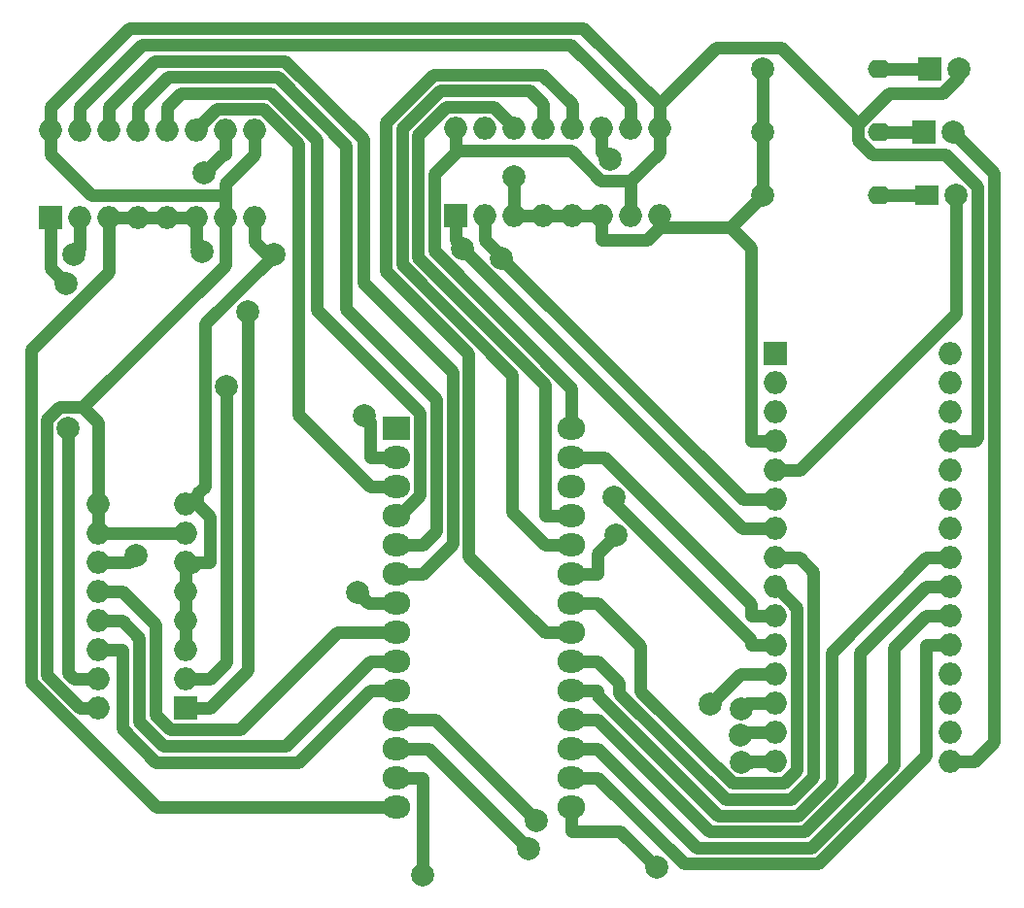
<source format=gbr>
%TF.GenerationSoftware,KiCad,Pcbnew,8.0.3*%
%TF.CreationDate,2024-09-08T09:23:32+02:00*%
%TF.ProjectId,AT28C64B-circuit-third-sol,41543238-4336-4344-922d-636972637569,rev?*%
%TF.SameCoordinates,Original*%
%TF.FileFunction,Copper,L2,Bot*%
%TF.FilePolarity,Positive*%
%FSLAX46Y46*%
G04 Gerber Fmt 4.6, Leading zero omitted, Abs format (unit mm)*
G04 Created by KiCad (PCBNEW 8.0.3) date 2024-09-08 09:23:32*
%MOMM*%
%LPD*%
G01*
G04 APERTURE LIST*
%TA.AperFunction,ComponentPad*%
%ADD10C,2.000000*%
%TD*%
%TA.AperFunction,ComponentPad*%
%ADD11O,2.000000X1.600000*%
%TD*%
%TA.AperFunction,ComponentPad*%
%ADD12R,2.000000X2.000000*%
%TD*%
%TA.AperFunction,ComponentPad*%
%ADD13O,2.000000X2.000000*%
%TD*%
%TA.AperFunction,ComponentPad*%
%ADD14R,2.400000X2.000000*%
%TD*%
%TA.AperFunction,ComponentPad*%
%ADD15O,2.400000X2.000000*%
%TD*%
%TA.AperFunction,ComponentPad*%
%ADD16R,2.000000X1.800000*%
%TD*%
%TA.AperFunction,ViaPad*%
%ADD17C,2.000000*%
%TD*%
%TA.AperFunction,Conductor*%
%ADD18C,1.100000*%
%TD*%
G04 APERTURE END LIST*
D10*
%TO.P,R3,1*%
%TO.N,GND*%
X175420000Y-53050000D03*
D11*
%TO.P,R3,2*%
%TO.N,Net-(D3-K)*%
X185580000Y-53050000D03*
%TD*%
D10*
%TO.P,R1,1*%
%TO.N,GND*%
X175420000Y-42000000D03*
D11*
%TO.P,R1,2*%
%TO.N,Net-(D1-K)*%
X185580000Y-42000000D03*
%TD*%
D12*
%TO.P,LS161_2,1,~{MR}*%
%TO.N,Net-(LS161_1-~{MR})*%
X113380000Y-55000000D03*
D13*
%TO.P,LS161_2,2,CP*%
%TO.N,Net-(LS161_1-CP)*%
X115920000Y-55000000D03*
%TO.P,LS161_2,3,D0*%
%TO.N,GND*%
X118460000Y-55000000D03*
%TO.P,LS161_2,4,D1*%
X121000000Y-55000000D03*
%TO.P,LS161_2,5,D2*%
X123540000Y-55000000D03*
%TO.P,LS161_2,6,D3*%
X126080000Y-55000000D03*
%TO.P,LS161_2,7,CEP*%
%TO.N,VCC*%
X128620000Y-55000000D03*
%TO.P,LS161_2,8,GND*%
%TO.N,GND*%
X131160000Y-55000000D03*
%TO.P,LS161_2,9,~{PE}*%
%TO.N,VCC*%
X131160000Y-47380000D03*
%TO.P,LS161_2,10,CET*%
%TO.N,Net-(LS161_1-TC)*%
X128620000Y-47380000D03*
%TO.P,LS161_2,11,Q3*%
%TO.N,Net-(EEPROM1-A7)*%
X126080000Y-47380000D03*
%TO.P,LS161_2,12,Q2*%
%TO.N,Net-(EEPROM1-A6)*%
X123540000Y-47380000D03*
%TO.P,LS161_2,13,Q1*%
%TO.N,Net-(EEPROM1-A5)*%
X121000000Y-47380000D03*
%TO.P,LS161_2,14,Q0*%
%TO.N,Net-(EEPROM1-A4)*%
X118460000Y-47380000D03*
%TO.P,LS161_2,15,TC*%
%TO.N,Net-(LS161_2-TC)*%
X115920000Y-47380000D03*
%TO.P,LS161_2,16,VCC*%
%TO.N,VCC*%
X113380000Y-47380000D03*
%TD*%
D12*
%TO.P,D1,1,K*%
%TO.N,Net-(D1-K)*%
X189960000Y-42000000D03*
D10*
%TO.P,D1,2,A*%
%TO.N,VCC*%
X192500000Y-42000000D03*
%TD*%
D14*
%TO.P,EEPROM1,1*%
%TO.N,N/C*%
X143500000Y-73340000D03*
D15*
%TO.P,EEPROM1,2,A12*%
%TO.N,Net-(EEPROM1-A12)*%
X143500000Y-75880000D03*
%TO.P,EEPROM1,3,A7*%
%TO.N,Net-(EEPROM1-A7)*%
X143500000Y-78420000D03*
%TO.P,EEPROM1,4,A6*%
%TO.N,Net-(EEPROM1-A6)*%
X143500000Y-80960000D03*
%TO.P,EEPROM1,5,A5*%
%TO.N,Net-(EEPROM1-A5)*%
X143500000Y-83500000D03*
%TO.P,EEPROM1,6,A4*%
%TO.N,Net-(EEPROM1-A4)*%
X143500000Y-86040000D03*
%TO.P,EEPROM1,7,A3*%
%TO.N,Net-(EEPROM1-A3)*%
X143500000Y-88580000D03*
%TO.P,EEPROM1,8,A2*%
%TO.N,Net-(EEPROM1-A2)*%
X143500000Y-91120000D03*
%TO.P,EEPROM1,9,A1*%
%TO.N,Net-(EEPROM1-A1)*%
X143500000Y-93660000D03*
%TO.P,EEPROM1,10,A0*%
%TO.N,Net-(EEPROM1-A0)*%
X143500000Y-96200000D03*
%TO.P,EEPROM1,11,D0*%
%TO.N,/D0*%
X143500000Y-98740000D03*
%TO.P,EEPROM1,12,D1*%
%TO.N,/D1*%
X143500000Y-101280000D03*
%TO.P,EEPROM1,13,D2*%
%TO.N,/D2*%
X143500000Y-103820000D03*
%TO.P,EEPROM1,14,GND*%
%TO.N,GND*%
X143500000Y-106360000D03*
%TO.P,EEPROM1,15,D3*%
%TO.N,/D3*%
X158740000Y-106360000D03*
%TO.P,EEPROM1,16,D4*%
%TO.N,/D4*%
X158740000Y-103820000D03*
%TO.P,EEPROM1,17,D5*%
%TO.N,/D5*%
X158740000Y-101280000D03*
%TO.P,EEPROM1,18,D6*%
%TO.N,/D6*%
X158740000Y-98740000D03*
%TO.P,EEPROM1,19,D7*%
%TO.N,/D7*%
X158740000Y-96200000D03*
%TO.P,EEPROM1,20,~{CS}*%
%TO.N,Net-(EEPROM1-~{CS})*%
X158740000Y-93660000D03*
%TO.P,EEPROM1,21,A10*%
%TO.N,Net-(EEPROM1-A10)*%
X158740000Y-91120000D03*
%TO.P,EEPROM1,22,~{OE}*%
%TO.N,Net-(EEPROM1-~{OE})*%
X158740000Y-88580000D03*
%TO.P,EEPROM1,23,A11*%
%TO.N,Net-(EEPROM1-A11)*%
X158740000Y-86040000D03*
%TO.P,EEPROM1,24,A9*%
%TO.N,Net-(EEPROM1-A9)*%
X158740000Y-83500000D03*
%TO.P,EEPROM1,25,A8*%
%TO.N,Net-(EEPROM1-A8)*%
X158740000Y-80960000D03*
%TO.P,EEPROM1,26*%
%TO.N,N/C*%
X158740000Y-78420000D03*
%TO.P,EEPROM1,27,~{WE}*%
%TO.N,Net-(EEPROM1-~{WE})*%
X158740000Y-75880000D03*
%TO.P,EEPROM1,28,VCC*%
%TO.N,VCC*%
X158740000Y-73340000D03*
%TD*%
D12*
%TO.P,LS161_3,1,~{MR}*%
%TO.N,Net-(LS161_1-~{MR})*%
X148625000Y-54800000D03*
D13*
%TO.P,LS161_3,2,CP*%
%TO.N,Net-(LS161_1-CP)*%
X151165000Y-54800000D03*
%TO.P,LS161_3,3,D0*%
%TO.N,GND*%
X153705000Y-54800000D03*
%TO.P,LS161_3,4,D1*%
X156245000Y-54800000D03*
%TO.P,LS161_3,5,D2*%
X158785000Y-54800000D03*
%TO.P,LS161_3,6,D3*%
X161325000Y-54800000D03*
%TO.P,LS161_3,7,CEP*%
%TO.N,VCC*%
X163865000Y-54800000D03*
%TO.P,LS161_3,8,GND*%
%TO.N,GND*%
X166405000Y-54800000D03*
%TO.P,LS161_3,9,~{PE}*%
%TO.N,VCC*%
X166405000Y-47180000D03*
%TO.P,LS161_3,10,CET*%
%TO.N,Net-(LS161_2-TC)*%
X163865000Y-47180000D03*
%TO.P,LS161_3,11,Q3*%
%TO.N,Net-(EEPROM1-A11)*%
X161325000Y-47180000D03*
%TO.P,LS161_3,12,Q2*%
%TO.N,Net-(EEPROM1-A10)*%
X158785000Y-47180000D03*
%TO.P,LS161_3,13,Q1*%
%TO.N,Net-(EEPROM1-A9)*%
X156245000Y-47180000D03*
%TO.P,LS161_3,14,Q0*%
%TO.N,Net-(EEPROM1-A8)*%
X153705000Y-47180000D03*
%TO.P,LS161_3,15,TC*%
%TO.N,unconnected-(LS161_3-TC-Pad15)*%
X151165000Y-47180000D03*
%TO.P,LS161_3,16,VCC*%
%TO.N,VCC*%
X148625000Y-47180000D03*
%TD*%
D10*
%TO.P,R2,1*%
%TO.N,GND*%
X175420000Y-47500000D03*
D11*
%TO.P,R2,2*%
%TO.N,Net-(D2-K)*%
X185580000Y-47500000D03*
%TD*%
D12*
%TO.P,NANO1,1,D1/TX*%
%TO.N,unconnected-(NANO1-D1{slash}TX-Pad1)*%
X176500000Y-66840000D03*
D13*
%TO.P,NANO1,2,D0/RX*%
%TO.N,unconnected-(NANO1-D0{slash}RX-Pad2)*%
X176500000Y-69380000D03*
%TO.P,NANO1,3,~{RESET}*%
%TO.N,unconnected-(NANO1-~{RESET}-Pad3)*%
X176500000Y-71920000D03*
%TO.P,NANO1,4,GND*%
%TO.N,GND*%
X176500000Y-74460000D03*
%TO.P,NANO1,5,D2*%
%TO.N,Net-(D3-A)*%
X176500000Y-77000000D03*
%TO.P,NANO1,6,D3*%
%TO.N,Net-(LS161_1-CP)*%
X176500000Y-79540000D03*
%TO.P,NANO1,7,D4*%
%TO.N,Net-(LS161_1-~{MR})*%
X176500000Y-82080000D03*
%TO.P,NANO1,8,D5*%
%TO.N,Net-(EEPROM1-~{CS})*%
X176500000Y-84620000D03*
%TO.P,NANO1,9,D6*%
%TO.N,Net-(EEPROM1-~{OE})*%
X176500000Y-87160000D03*
%TO.P,NANO1,10,D7*%
%TO.N,Net-(EEPROM1-~{WE})*%
X176500000Y-89700000D03*
%TO.P,NANO1,11,D8*%
%TO.N,Net-(EEPROM1-A12)*%
X176500000Y-92240000D03*
%TO.P,NANO1,12,D9*%
%TO.N,/D0*%
X176500000Y-94780000D03*
%TO.P,NANO1,13,D10*%
%TO.N,/D1*%
X176500000Y-97320000D03*
%TO.P,NANO1,14,D11*%
%TO.N,/D2*%
X176500000Y-99860000D03*
%TO.P,NANO1,15,D12*%
%TO.N,/D3*%
X176500000Y-102400000D03*
%TO.P,NANO1,16,D13*%
%TO.N,Net-(D2-A)*%
X191740000Y-102400000D03*
%TO.P,NANO1,17,3V3*%
%TO.N,unconnected-(NANO1-3V3-Pad17)*%
X191740000Y-99860000D03*
%TO.P,NANO1,18,AREF*%
%TO.N,unconnected-(NANO1-AREF-Pad18)*%
X191740000Y-97320000D03*
%TO.P,NANO1,19,A0*%
%TO.N,unconnected-(NANO1-A0-Pad19)*%
X191740000Y-94780000D03*
%TO.P,NANO1,20,A1*%
%TO.N,/D4*%
X191740000Y-92240000D03*
%TO.P,NANO1,21,A2*%
%TO.N,/D5*%
X191740000Y-89700000D03*
%TO.P,NANO1,22,A3*%
%TO.N,/D6*%
X191740000Y-87160000D03*
%TO.P,NANO1,23,A4*%
%TO.N,/D7*%
X191740000Y-84620000D03*
%TO.P,NANO1,24,A5*%
%TO.N,unconnected-(NANO1-A5-Pad24)*%
X191740000Y-82080000D03*
%TO.P,NANO1,25,A6*%
%TO.N,unconnected-(NANO1-A6-Pad25)*%
X191740000Y-79540000D03*
%TO.P,NANO1,26,A7*%
%TO.N,unconnected-(NANO1-A7-Pad26)*%
X191740000Y-77000000D03*
%TO.P,NANO1,27,+5V*%
%TO.N,VCC*%
X191740000Y-74460000D03*
%TO.P,NANO1,28,~{RESET}*%
%TO.N,unconnected-(NANO1-~{RESET}-Pad28)*%
X191740000Y-71920000D03*
%TO.P,NANO1,29,GND*%
%TO.N,unconnected-(NANO1-GND-Pad29)*%
X191740000Y-69380000D03*
%TO.P,NANO1,30,VIN*%
%TO.N,unconnected-(NANO1-VIN-Pad30)*%
X191740000Y-66840000D03*
%TD*%
D12*
%TO.P,LS161_1,1,~{MR}*%
%TO.N,Net-(LS161_1-~{MR})*%
X125120000Y-97740000D03*
D13*
%TO.P,LS161_1,2,CP*%
%TO.N,Net-(LS161_1-CP)*%
X125120000Y-95200000D03*
%TO.P,LS161_1,3,D0*%
%TO.N,GND*%
X125120000Y-92660000D03*
%TO.P,LS161_1,4,D1*%
X125120000Y-90120000D03*
%TO.P,LS161_1,5,D2*%
X125120000Y-87580000D03*
%TO.P,LS161_1,6,D3*%
X125120000Y-85040000D03*
%TO.P,LS161_1,7,CEP*%
%TO.N,VCC*%
X125120000Y-82500000D03*
%TO.P,LS161_1,8,GND*%
%TO.N,GND*%
X125120000Y-79960000D03*
%TO.P,LS161_1,9,~{PE}*%
%TO.N,VCC*%
X117500000Y-79960000D03*
%TO.P,LS161_1,10,CET*%
X117500000Y-82500000D03*
%TO.P,LS161_1,11,Q3*%
%TO.N,Net-(EEPROM1-A3)*%
X117500000Y-85040000D03*
%TO.P,LS161_1,12,Q2*%
%TO.N,Net-(EEPROM1-A2)*%
X117500000Y-87580000D03*
%TO.P,LS161_1,13,Q1*%
%TO.N,Net-(EEPROM1-A1)*%
X117500000Y-90120000D03*
%TO.P,LS161_1,14,Q0*%
%TO.N,Net-(EEPROM1-A0)*%
X117500000Y-92660000D03*
%TO.P,LS161_1,15,TC*%
%TO.N,Net-(LS161_1-TC)*%
X117500000Y-95200000D03*
%TO.P,LS161_1,16,VCC*%
%TO.N,VCC*%
X117500000Y-97740000D03*
%TD*%
D12*
%TO.P,D2,1,K*%
%TO.N,Net-(D2-K)*%
X189460000Y-47500000D03*
D10*
%TO.P,D2,2,A*%
%TO.N,Net-(D2-A)*%
X192000000Y-47500000D03*
%TD*%
D16*
%TO.P,D3,1,K*%
%TO.N,Net-(D3-K)*%
X189725000Y-53000000D03*
D10*
%TO.P,D3,2,A*%
%TO.N,Net-(D3-A)*%
X192265000Y-53000000D03*
%TD*%
D17*
%TO.N,Net-(LS161_1-CP)*%
X128670300Y-69685400D03*
X152642000Y-58481600D03*
X115420600Y-58143900D03*
%TO.N,Net-(LS161_1-TC)*%
X126753900Y-51081500D03*
X114887700Y-73361000D03*
%TO.N,Net-(LS161_1-~{MR})*%
X149240800Y-57711100D03*
X114698800Y-60725800D03*
X130528400Y-63159000D03*
%TO.N,Net-(EEPROM1-A3)*%
X120779800Y-84449800D03*
X140107500Y-87672500D03*
%TO.N,GND*%
X132819900Y-58214200D03*
X153705000Y-51369000D03*
X126560600Y-57970400D03*
%TO.N,/D2*%
X173457900Y-100113300D03*
X145800000Y-112278900D03*
%TO.N,/D3*%
X173535500Y-102429300D03*
X166157900Y-111609800D03*
%TO.N,/D0*%
X170828800Y-97413000D03*
X155702100Y-107554400D03*
%TO.N,Net-(EEPROM1-A11)*%
X162654600Y-82661700D03*
X162118900Y-49891400D03*
%TO.N,/D1*%
X173595600Y-97801900D03*
X154975700Y-110003500D03*
%TO.N,Net-(EEPROM1-A12)*%
X162465600Y-79363200D03*
X140687800Y-72214700D03*
%TD*%
D18*
%TO.N,Net-(LS161_2-TC)*%
X121327200Y-39872800D02*
X115920000Y-45280000D01*
X158657800Y-39872800D02*
X121327200Y-39872800D01*
X163865000Y-45080000D02*
X158657800Y-39872800D01*
X163865000Y-47180000D02*
X163865000Y-45080000D01*
X115920000Y-47380000D02*
X115920000Y-45280000D01*
%TO.N,Net-(LS161_1-CP)*%
X151165000Y-54800000D02*
X151165000Y-56900000D01*
X176500000Y-79540000D02*
X174400000Y-79540000D01*
X125120000Y-95200000D02*
X127220000Y-95200000D01*
X152642000Y-58377000D02*
X152642000Y-58481600D01*
X151165000Y-56900000D02*
X152642000Y-58377000D01*
X173700400Y-79540000D02*
X174400000Y-79540000D01*
X152642000Y-58481600D02*
X173700400Y-79540000D01*
X115920000Y-57644500D02*
X115920000Y-55000000D01*
X115420600Y-58143900D02*
X115920000Y-57644500D01*
X128670300Y-93749700D02*
X128670300Y-69685400D01*
X127220000Y-95200000D02*
X128670300Y-93749700D01*
%TO.N,Net-(LS161_1-TC)*%
X117500000Y-95200000D02*
X115400000Y-95200000D01*
X128620000Y-47380000D02*
X128620000Y-49480000D01*
X128355400Y-49480000D02*
X126753900Y-51081500D01*
X128620000Y-49480000D02*
X128355400Y-49480000D01*
X114887700Y-94687700D02*
X114887700Y-73361000D01*
X115400000Y-95200000D02*
X114887700Y-94687700D01*
%TO.N,Net-(LS161_1-~{MR})*%
X148625000Y-54800000D02*
X148625000Y-56900000D01*
X176043200Y-82080000D02*
X174400000Y-82080000D01*
X176043200Y-82080000D02*
X176500000Y-82080000D01*
X173609700Y-82080000D02*
X149240800Y-57711100D01*
X174400000Y-82080000D02*
X173609700Y-82080000D01*
X149240800Y-57515800D02*
X148625000Y-56900000D01*
X149240800Y-57711100D02*
X149240800Y-57515800D01*
X113380000Y-59407000D02*
X114698800Y-60725800D01*
X113380000Y-55000000D02*
X113380000Y-59407000D01*
X125120000Y-97740000D02*
X127220000Y-97740000D01*
X130528400Y-94431600D02*
X130528400Y-63159000D01*
X127220000Y-97740000D02*
X130528400Y-94431600D01*
%TO.N,Net-(EEPROM1-A7)*%
X143500000Y-78420000D02*
X141200000Y-78420000D01*
X134906900Y-72126900D02*
X141200000Y-78420000D01*
X134906900Y-48491700D02*
X134906900Y-72126900D01*
X131933900Y-45518700D02*
X134906900Y-48491700D01*
X127860200Y-45518700D02*
X131933900Y-45518700D01*
X126080000Y-47298900D02*
X127860200Y-45518700D01*
X126080000Y-47380000D02*
X126080000Y-47298900D01*
%TO.N,Net-(EEPROM1-~{OE})*%
X158740000Y-88580000D02*
X161040000Y-88580000D01*
X164765100Y-92305100D02*
X161040000Y-88580000D01*
X164765100Y-96277700D02*
X164765100Y-92305100D01*
X172769300Y-104281900D02*
X164765100Y-96277700D01*
X177264300Y-104281900D02*
X172769300Y-104281900D01*
X178388300Y-103157900D02*
X177264300Y-104281900D01*
X178388300Y-88961700D02*
X178388300Y-103157900D01*
X176586600Y-87160000D02*
X178388300Y-88961700D01*
X176500000Y-87160000D02*
X176586600Y-87160000D01*
%TO.N,Net-(EEPROM1-A5)*%
X143500000Y-83500000D02*
X145800000Y-83500000D01*
X121000000Y-47380000D02*
X121000000Y-45280000D01*
X146995500Y-82304500D02*
X145800000Y-83500000D01*
X146995500Y-70841200D02*
X146995500Y-82304500D01*
X139111900Y-62957600D02*
X146995500Y-70841200D01*
X139111900Y-48690100D02*
X139111900Y-62957600D01*
X133134000Y-42712200D02*
X139111900Y-48690100D01*
X123567800Y-42712200D02*
X133134000Y-42712200D01*
X121000000Y-45280000D02*
X123567800Y-42712200D01*
%TO.N,/D7*%
X191740000Y-84620000D02*
X189640000Y-84620000D01*
X158740000Y-96200000D02*
X161040000Y-96200000D01*
X161040000Y-96584100D02*
X161040000Y-96200000D01*
X171549800Y-107093900D02*
X161040000Y-96584100D01*
X178457800Y-107093900D02*
X171549800Y-107093900D01*
X181403500Y-104148200D02*
X178457800Y-107093900D01*
X181403500Y-92856500D02*
X181403500Y-104148200D01*
X189640000Y-84620000D02*
X181403500Y-92856500D01*
%TO.N,Net-(EEPROM1-A10)*%
X158740000Y-91120000D02*
X156440000Y-91120000D01*
X158785000Y-47180000D02*
X158785000Y-45080000D01*
X156198000Y-42493000D02*
X158785000Y-45080000D01*
X146706300Y-42493000D02*
X156198000Y-42493000D01*
X142567000Y-46632300D02*
X146706300Y-42493000D01*
X142567000Y-59604500D02*
X142567000Y-46632300D01*
X149804900Y-66842400D02*
X142567000Y-59604500D01*
X149804900Y-84484900D02*
X149804900Y-66842400D01*
X156440000Y-91120000D02*
X149804900Y-84484900D01*
%TO.N,Net-(EEPROM1-A0)*%
X117500000Y-92660000D02*
X119600000Y-92660000D01*
X134964900Y-102435100D02*
X141200000Y-96200000D01*
X122514000Y-102435100D02*
X134964900Y-102435100D01*
X119600000Y-99521100D02*
X122514000Y-102435100D01*
X119600000Y-92660000D02*
X119600000Y-99521100D01*
X143500000Y-96200000D02*
X141200000Y-96200000D01*
%TO.N,Net-(EEPROM1-A4)*%
X118460000Y-47380000D02*
X118460000Y-45280000D01*
X143500000Y-86040000D02*
X145800000Y-86040000D01*
X148400200Y-83439800D02*
X145800000Y-86040000D01*
X148400200Y-68442000D02*
X148400200Y-83439800D01*
X140593900Y-60635700D02*
X148400200Y-68442000D01*
X140593900Y-48119200D02*
X140593900Y-60635700D01*
X133785200Y-41310500D02*
X140593900Y-48119200D01*
X122429500Y-41310500D02*
X133785200Y-41310500D01*
X118460000Y-45280000D02*
X122429500Y-41310500D01*
%TO.N,Net-(EEPROM1-A3)*%
X141015000Y-88580000D02*
X140107500Y-87672500D01*
X143500000Y-88580000D02*
X141015000Y-88580000D01*
X120189600Y-85040000D02*
X120779800Y-84449800D01*
X117500000Y-85040000D02*
X120189600Y-85040000D01*
%TO.N,Net-(EEPROM1-~{CS})*%
X162902600Y-95522600D02*
X161040000Y-93660000D01*
X162902600Y-96430900D02*
X162902600Y-95522600D01*
X172160300Y-105688600D02*
X162902600Y-96430900D01*
X177861500Y-105688600D02*
X172160300Y-105688600D01*
X179812800Y-103737300D02*
X177861500Y-105688600D01*
X179812800Y-85832800D02*
X179812800Y-103737300D01*
X178600000Y-84620000D02*
X179812800Y-85832800D01*
X176500000Y-84620000D02*
X178600000Y-84620000D01*
X158740000Y-93660000D02*
X161040000Y-93660000D01*
%TO.N,Net-(EEPROM1-A2)*%
X122476900Y-90456900D02*
X119600000Y-87580000D01*
X122476900Y-98301400D02*
X122476900Y-90456900D01*
X123767200Y-99591700D02*
X122476900Y-98301400D01*
X129838600Y-99591700D02*
X123767200Y-99591700D01*
X138310300Y-91120000D02*
X129838600Y-99591700D01*
X143500000Y-91120000D02*
X138310300Y-91120000D01*
X117500000Y-87580000D02*
X119600000Y-87580000D01*
%TO.N,Net-(EEPROM1-A9)*%
X158740000Y-83500000D02*
X156440000Y-83500000D01*
X156245000Y-47180000D02*
X156245000Y-45080000D01*
X155067700Y-43902700D02*
X156245000Y-45080000D01*
X147281500Y-43902700D02*
X155067700Y-43902700D01*
X143968700Y-47215500D02*
X147281500Y-43902700D01*
X143968700Y-59023900D02*
X143968700Y-47215500D01*
X153598300Y-68653500D02*
X143968700Y-59023900D01*
X153598300Y-80658300D02*
X153598300Y-68653500D01*
X156440000Y-83500000D02*
X153598300Y-80658300D01*
%TO.N,GND*%
X175420000Y-42000000D02*
X175420000Y-47500000D01*
X166405000Y-54800000D02*
X166405000Y-55850000D01*
X174400000Y-57630000D02*
X172620000Y-55850000D01*
X174400000Y-74460000D02*
X174400000Y-57630000D01*
X166405000Y-55850000D02*
X172620000Y-55850000D01*
X176500000Y-74460000D02*
X174400000Y-74460000D01*
X123540000Y-55000000D02*
X121000000Y-55000000D01*
X156245000Y-54800000D02*
X154145000Y-54800000D01*
X165355000Y-56900000D02*
X166405000Y-55850000D01*
X161325000Y-56900000D02*
X165355000Y-56900000D01*
X161325000Y-54800000D02*
X161325000Y-56900000D01*
X125120000Y-87580000D02*
X125120000Y-90120000D01*
X125120000Y-90120000D02*
X125120000Y-92660000D01*
X121000000Y-55000000D02*
X118460000Y-55000000D01*
X172620000Y-55850000D02*
X175420000Y-53050000D01*
X175420000Y-53050000D02*
X175420000Y-47500000D01*
X123540000Y-55000000D02*
X125640000Y-55000000D01*
X153705000Y-54800000D02*
X154145000Y-54800000D01*
X153705000Y-54800000D02*
X153705000Y-52700000D01*
X125120000Y-79960000D02*
X126170000Y-79960000D01*
X118460000Y-59677600D02*
X118460000Y-55000000D01*
X111631900Y-66505700D02*
X118460000Y-59677600D01*
X111631900Y-95421900D02*
X111631900Y-66505700D01*
X122570000Y-106360000D02*
X111631900Y-95421900D01*
X143500000Y-106360000D02*
X122570000Y-106360000D01*
X153705000Y-52700000D02*
X153705000Y-51369000D01*
X132547100Y-58487000D02*
X132819900Y-58214200D01*
X131160000Y-57100000D02*
X132547100Y-58487000D01*
X131160000Y-55000000D02*
X131160000Y-57100000D01*
X126080000Y-55000000D02*
X125640000Y-55000000D01*
X126080000Y-57489800D02*
X126560600Y-57970400D01*
X126080000Y-55000000D02*
X126080000Y-57489800D01*
X127220000Y-81010000D02*
X127220000Y-85040000D01*
X126170000Y-79960000D02*
X127220000Y-81010000D01*
X125120000Y-85040000D02*
X126170000Y-85040000D01*
X126170000Y-85040000D02*
X127220000Y-85040000D01*
X125730000Y-85480000D02*
X125120000Y-85480000D01*
X126170000Y-85040000D02*
X125730000Y-85480000D01*
X125120000Y-87580000D02*
X125120000Y-85480000D01*
X126170000Y-79032500D02*
X126170000Y-79960000D01*
X126818000Y-78384500D02*
X126170000Y-79032500D01*
X126818000Y-64216600D02*
X126818000Y-78384500D01*
X132547100Y-58487500D02*
X126818000Y-64216600D01*
X132547100Y-58487100D02*
X132547100Y-58487500D01*
X132547100Y-58487000D02*
X132547100Y-58487100D01*
X156245000Y-54800000D02*
X158785000Y-54800000D01*
X158785000Y-54800000D02*
X161325000Y-54800000D01*
%TO.N,Net-(EEPROM1-A8)*%
X158740000Y-80960000D02*
X156440000Y-80960000D01*
X153705000Y-47091200D02*
X153705000Y-47180000D01*
X151934400Y-45320600D02*
X153705000Y-47091200D01*
X147848100Y-45320600D02*
X151934400Y-45320600D01*
X145370400Y-47798300D02*
X147848100Y-45320600D01*
X145370400Y-58443300D02*
X145370400Y-47798300D01*
X156440000Y-69512900D02*
X145370400Y-58443300D01*
X156440000Y-80960000D02*
X156440000Y-69512900D01*
%TO.N,Net-(EEPROM1-A1)*%
X117500000Y-90120000D02*
X119600000Y-90120000D01*
X143500000Y-93660000D02*
X141200000Y-93660000D01*
X133843000Y-101017000D02*
X141200000Y-93660000D01*
X123139600Y-101017000D02*
X133843000Y-101017000D01*
X121072200Y-98949600D02*
X123139600Y-101017000D01*
X121072200Y-91592200D02*
X121072200Y-98949600D01*
X119600000Y-90120000D02*
X121072200Y-91592200D01*
%TO.N,Net-(EEPROM1-~{WE})*%
X176500000Y-89700000D02*
X174400000Y-89700000D01*
X158740000Y-75880000D02*
X161040000Y-75880000D01*
X161615200Y-75880000D02*
X161040000Y-75880000D01*
X174400000Y-88664800D02*
X161615200Y-75880000D01*
X174400000Y-89700000D02*
X174400000Y-88664800D01*
%TO.N,Net-(EEPROM1-A6)*%
X123540000Y-47380000D02*
X123540000Y-45280000D01*
X143779300Y-80960000D02*
X143500000Y-80960000D01*
X145551700Y-79187600D02*
X143779300Y-80960000D01*
X145551700Y-71986700D02*
X145551700Y-79187600D01*
X136577600Y-63012600D02*
X145551700Y-71986700D01*
X136577600Y-48165100D02*
X136577600Y-63012600D01*
X132527400Y-44114900D02*
X136577600Y-48165100D01*
X124705100Y-44114900D02*
X132527400Y-44114900D01*
X123540000Y-45280000D02*
X124705100Y-44114900D01*
%TO.N,/D2*%
X143500000Y-103820000D02*
X145800000Y-103820000D01*
X176500000Y-99860000D02*
X174400000Y-99860000D01*
X173711200Y-99860000D02*
X173457900Y-100113300D01*
X174400000Y-99860000D02*
X173711200Y-99860000D01*
X145800000Y-103820000D02*
X145800000Y-112278900D01*
%TO.N,/D3*%
X176500000Y-102400000D02*
X174400000Y-102400000D01*
X158740000Y-106360000D02*
X158740000Y-108460000D01*
X163008100Y-108460000D02*
X166157900Y-111609800D01*
X158740000Y-108460000D02*
X163008100Y-108460000D01*
X174370700Y-102429300D02*
X173535500Y-102429300D01*
X174400000Y-102400000D02*
X174370700Y-102429300D01*
%TO.N,/D5*%
X191740000Y-89700000D02*
X189640000Y-89700000D01*
X158740000Y-101280000D02*
X161040000Y-101280000D01*
X186844100Y-92495900D02*
X189640000Y-89700000D01*
X186844100Y-102676700D02*
X186844100Y-92495900D01*
X179620500Y-109900300D02*
X186844100Y-102676700D01*
X169660300Y-109900300D02*
X179620500Y-109900300D01*
X161040000Y-101280000D02*
X169660300Y-109900300D01*
%TO.N,/D0*%
X173461800Y-94780000D02*
X170828800Y-97413000D01*
X176500000Y-94780000D02*
X173461800Y-94780000D01*
X143500000Y-98740000D02*
X145800000Y-98740000D01*
X146887700Y-98740000D02*
X155702100Y-107554400D01*
X145800000Y-98740000D02*
X146887700Y-98740000D01*
%TO.N,Net-(EEPROM1-A11)*%
X158740000Y-86040000D02*
X161040000Y-86040000D01*
X161325000Y-47180000D02*
X161325000Y-49280000D01*
X161507500Y-49280000D02*
X162118900Y-49891400D01*
X161325000Y-49280000D02*
X161507500Y-49280000D01*
X161040000Y-84276300D02*
X162654600Y-82661700D01*
X161040000Y-86040000D02*
X161040000Y-84276300D01*
%TO.N,/D4*%
X191740000Y-92240000D02*
X189640000Y-92240000D01*
X158740000Y-103820000D02*
X161040000Y-103820000D01*
X189640000Y-101865300D02*
X189640000Y-92240000D01*
X180203300Y-111302000D02*
X189640000Y-101865300D01*
X168522000Y-111302000D02*
X180203300Y-111302000D01*
X161040000Y-103820000D02*
X168522000Y-111302000D01*
%TO.N,/D1*%
X174077500Y-97320000D02*
X173595600Y-97801900D01*
X176500000Y-97320000D02*
X174077500Y-97320000D01*
X146252200Y-101280000D02*
X154975700Y-110003500D01*
X143500000Y-101280000D02*
X146252200Y-101280000D01*
%TO.N,/D6*%
X170797100Y-108497100D02*
X161040000Y-98740000D01*
X179040300Y-108497100D02*
X170797100Y-108497100D01*
X183918100Y-103619300D02*
X179040300Y-108497100D01*
X183918100Y-92881900D02*
X183918100Y-103619300D01*
X189640000Y-87160000D02*
X183918100Y-92881900D01*
X191740000Y-87160000D02*
X189640000Y-87160000D01*
X158740000Y-98740000D02*
X161040000Y-98740000D01*
%TO.N,Net-(EEPROM1-A12)*%
X162465600Y-79838100D02*
X162465600Y-79363200D01*
X174400000Y-91772500D02*
X162465600Y-79838100D01*
X174400000Y-92240000D02*
X174400000Y-91772500D01*
X141200000Y-72726900D02*
X140687800Y-72214700D01*
X141200000Y-75880000D02*
X141200000Y-72726900D01*
X143500000Y-75880000D02*
X141200000Y-75880000D01*
X176500000Y-92240000D02*
X174400000Y-92240000D01*
%TO.N,Net-(D3-A)*%
X192265000Y-63335000D02*
X192265000Y-53000000D01*
X178600000Y-77000000D02*
X192265000Y-63335000D01*
X176500000Y-77000000D02*
X178600000Y-77000000D01*
%TO.N,Net-(D3-K)*%
X187730000Y-53000000D02*
X187680000Y-53050000D01*
X189725000Y-53000000D02*
X187730000Y-53000000D01*
X185580000Y-53050000D02*
X187680000Y-53050000D01*
%TO.N,Net-(D2-A)*%
X191740000Y-102400000D02*
X193840000Y-102400000D01*
X195539600Y-51039600D02*
X192000000Y-47500000D01*
X195539600Y-100700400D02*
X195539600Y-51039600D01*
X193840000Y-102400000D02*
X195539600Y-100700400D01*
%TO.N,Net-(D2-K)*%
X189460000Y-47500000D02*
X185580000Y-47500000D01*
%TO.N,Net-(D1-K)*%
X189960000Y-42000000D02*
X185580000Y-42000000D01*
%TO.N,VCC*%
X117500000Y-79960000D02*
X117500000Y-77860000D01*
X125120000Y-82500000D02*
X123020000Y-82500000D01*
X117500000Y-79960000D02*
X117500000Y-82500000D01*
X123020000Y-82500000D02*
X119600000Y-82500000D01*
X117500000Y-82500000D02*
X119600000Y-82500000D01*
X158740000Y-73340000D02*
X158740000Y-71240000D01*
X148625000Y-47180000D02*
X148625000Y-48805000D01*
X148625000Y-48805000D02*
X148625000Y-49030200D01*
X148625000Y-49030200D02*
X148625000Y-49155100D01*
X148625000Y-49155100D02*
X148625000Y-49280000D01*
X166405000Y-47180000D02*
X166405000Y-49280000D01*
X163865000Y-51743100D02*
X163865000Y-54800000D01*
X161313100Y-51743100D02*
X163865000Y-51743100D01*
X158725100Y-49155100D02*
X161313100Y-51743100D01*
X148625000Y-49155100D02*
X158725100Y-49155100D01*
X163941900Y-51743100D02*
X166405000Y-49280000D01*
X163865000Y-51743100D02*
X163941900Y-51743100D01*
X128620000Y-52020000D02*
X128620000Y-52900000D01*
X131160000Y-49480000D02*
X128620000Y-52020000D01*
X131160000Y-47380000D02*
X131160000Y-49480000D01*
X191740000Y-74460000D02*
X193840000Y-74460000D01*
X113380000Y-47380000D02*
X113380000Y-45280000D01*
X166405000Y-47180000D02*
X166405000Y-45080000D01*
X171367100Y-40117900D02*
X166405000Y-45080000D01*
X176996600Y-40117900D02*
X171367100Y-40117900D01*
X183691800Y-46813100D02*
X176996600Y-40117900D01*
X183691800Y-48226700D02*
X183691800Y-46813100D01*
X184958400Y-49493300D02*
X183691800Y-48226700D01*
X191377100Y-49493300D02*
X184958400Y-49493300D01*
X194126600Y-52242800D02*
X191377100Y-49493300D01*
X194126600Y-74173400D02*
X194126600Y-52242800D01*
X193840000Y-74460000D02*
X194126600Y-74173400D01*
X192500000Y-42693100D02*
X192500000Y-42000000D01*
X191081100Y-44112000D02*
X192500000Y-42693100D01*
X186392900Y-44112000D02*
X191081100Y-44112000D01*
X183691800Y-46813100D02*
X186392900Y-44112000D01*
X128620000Y-53375000D02*
X128620000Y-53149800D01*
X128620000Y-53149800D02*
X128620000Y-52900000D01*
X116940700Y-53040700D02*
X113380000Y-49480000D01*
X128510900Y-53040700D02*
X116940700Y-53040700D01*
X128620000Y-53149800D02*
X128510900Y-53040700D01*
X113380000Y-47380000D02*
X113380000Y-49480000D01*
X128620000Y-54543100D02*
X128620000Y-53375000D01*
X128620000Y-54543100D02*
X128620000Y-55000000D01*
X114084900Y-71509300D02*
X116190600Y-71509300D01*
X113034400Y-72559800D02*
X114084900Y-71509300D01*
X113034400Y-94840100D02*
X113034400Y-72559800D01*
X115934300Y-97740000D02*
X113034400Y-94840100D01*
X117500000Y-97740000D02*
X115934300Y-97740000D01*
X117500000Y-72818700D02*
X117500000Y-77860000D01*
X116190600Y-71509300D02*
X117500000Y-72818700D01*
X128620000Y-59079900D02*
X128620000Y-55000000D01*
X116190600Y-71509300D02*
X128620000Y-59079900D01*
X146773300Y-51131700D02*
X148625000Y-49280000D01*
X146773300Y-57863900D02*
X146773300Y-51131700D01*
X158740000Y-69830600D02*
X146773300Y-57863900D01*
X158740000Y-71240000D02*
X158740000Y-69830600D01*
X120224800Y-38435200D02*
X113380000Y-45280000D01*
X159760200Y-38435200D02*
X120224800Y-38435200D01*
X166405000Y-45080000D02*
X159760200Y-38435200D01*
%TD*%
M02*

</source>
